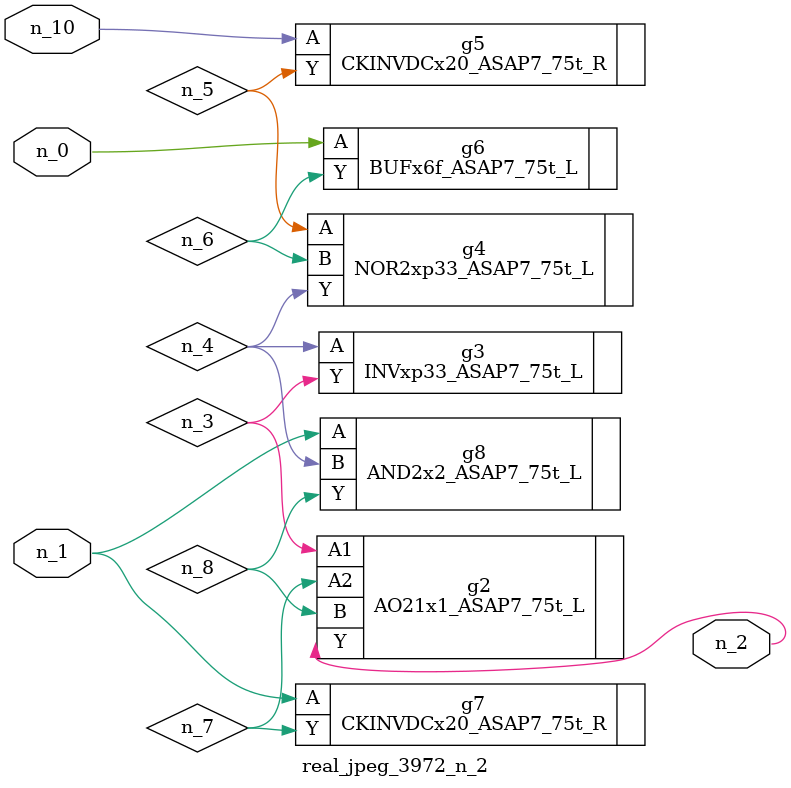
<source format=v>
module real_jpeg_3972_n_2 (n_1, n_10, n_0, n_2);

input n_1;
input n_10;
input n_0;

output n_2;

wire n_5;
wire n_4;
wire n_8;
wire n_6;
wire n_7;
wire n_3;

BUFx6f_ASAP7_75t_L g6 ( 
.A(n_0),
.Y(n_6)
);

CKINVDCx20_ASAP7_75t_R g7 ( 
.A(n_1),
.Y(n_7)
);

AND2x2_ASAP7_75t_L g8 ( 
.A(n_1),
.B(n_4),
.Y(n_8)
);

AO21x1_ASAP7_75t_L g2 ( 
.A1(n_3),
.A2(n_7),
.B(n_8),
.Y(n_2)
);

INVxp33_ASAP7_75t_L g3 ( 
.A(n_4),
.Y(n_3)
);

NOR2xp33_ASAP7_75t_L g4 ( 
.A(n_5),
.B(n_6),
.Y(n_4)
);

CKINVDCx20_ASAP7_75t_R g5 ( 
.A(n_10),
.Y(n_5)
);


endmodule
</source>
